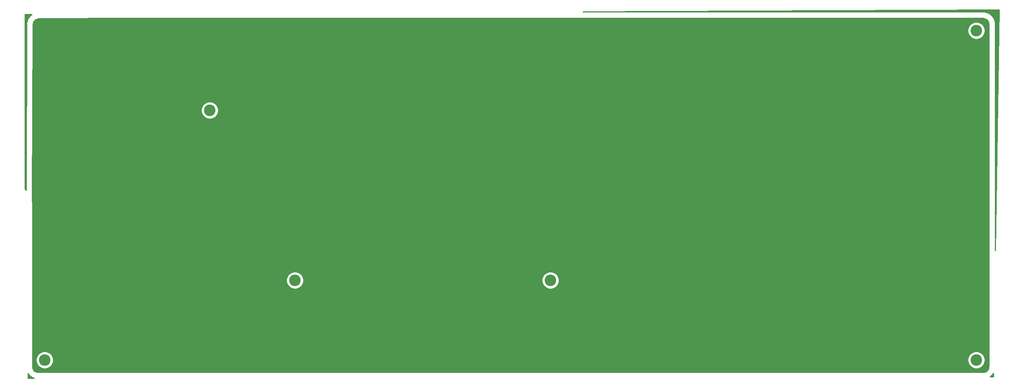
<source format=gbr>
G04 #@! TF.GenerationSoftware,KiCad,Pcbnew,(5.1.0-0)*
G04 #@! TF.CreationDate,2019-06-07T13:15:32+08:00*
G04 #@! TF.ProjectId,BottomPlate,426f7474-6f6d-4506-9c61-74652e6b6963,rev?*
G04 #@! TF.SameCoordinates,Original*
G04 #@! TF.FileFunction,Copper,L1,Top*
G04 #@! TF.FilePolarity,Positive*
%FSLAX46Y46*%
G04 Gerber Fmt 4.6, Leading zero omitted, Abs format (unit mm)*
G04 Created by KiCad (PCBNEW (5.1.0-0)) date 2019-06-07 13:15:32*
%MOMM*%
%LPD*%
G04 APERTURE LIST*
%ADD10C,2.600000*%
%ADD11C,0.254000*%
G04 APERTURE END LIST*
D10*
X89080000Y-100230000D03*
X70030000Y-62130000D03*
X241480000Y-118090000D03*
X241480000Y-44270000D03*
X146230000Y-100230000D03*
X33120000Y-118100000D03*
D11*
G36*
X29355403Y-121111724D02*
G01*
X29391863Y-121167441D01*
X29398349Y-121175394D01*
X29647155Y-121476148D01*
X29694462Y-121523126D01*
X29741033Y-121570683D01*
X29748940Y-121577225D01*
X30051425Y-121823926D01*
X30106933Y-121860805D01*
X30161878Y-121898427D01*
X30170905Y-121903308D01*
X30515546Y-122086558D01*
X30577176Y-122111960D01*
X30638368Y-122138187D01*
X30648171Y-122141222D01*
X30745244Y-122170530D01*
X29346909Y-122172794D01*
X29346137Y-121097986D01*
X29355403Y-121111724D01*
X29355403Y-121111724D01*
G37*
X29355403Y-121111724D02*
X29391863Y-121167441D01*
X29398349Y-121175394D01*
X29647155Y-121476148D01*
X29694462Y-121523126D01*
X29741033Y-121570683D01*
X29748940Y-121577225D01*
X30051425Y-121823926D01*
X30106933Y-121860805D01*
X30161878Y-121898427D01*
X30170905Y-121903308D01*
X30515546Y-122086558D01*
X30577176Y-122111960D01*
X30638368Y-122138187D01*
X30648171Y-122141222D01*
X30745244Y-122170530D01*
X29346909Y-122172794D01*
X29346137Y-121097986D01*
X29355403Y-121111724D01*
G36*
X245255031Y-121823202D02*
G01*
X244548112Y-121824347D01*
X244555691Y-121819387D01*
X244563644Y-121812901D01*
X244864398Y-121564095D01*
X244911376Y-121516788D01*
X244958933Y-121470217D01*
X244965475Y-121462310D01*
X245212176Y-121159825D01*
X245249055Y-121104317D01*
X245267060Y-121078021D01*
X245255031Y-121823202D01*
X245255031Y-121823202D01*
G37*
X245255031Y-121823202D02*
X244548112Y-121824347D01*
X244555691Y-121819387D01*
X244563644Y-121812901D01*
X244864398Y-121564095D01*
X244911376Y-121516788D01*
X244958933Y-121470217D01*
X244965475Y-121462310D01*
X245212176Y-121159825D01*
X245249055Y-121104317D01*
X245267060Y-121078021D01*
X245255031Y-121823202D01*
G36*
X53478665Y-41499865D02*
G01*
X53586645Y-41510500D01*
X242940803Y-41510500D01*
X243221771Y-41538049D01*
X243457462Y-41609208D01*
X243674839Y-41724791D01*
X243865629Y-41880395D01*
X244022561Y-42070093D01*
X244139656Y-42286657D01*
X244212459Y-42521844D01*
X244241751Y-42800537D01*
X244241750Y-119552553D01*
X244214201Y-119833521D01*
X244143041Y-120069212D01*
X244027461Y-120286588D01*
X243871854Y-120477379D01*
X243682158Y-120634311D01*
X243465593Y-120751406D01*
X243230406Y-120824209D01*
X242951722Y-120853500D01*
X31658697Y-120853500D01*
X31377729Y-120825951D01*
X31142038Y-120754791D01*
X30924662Y-120639211D01*
X30733871Y-120483604D01*
X30576939Y-120293908D01*
X30459844Y-120077343D01*
X30387041Y-119842156D01*
X30357750Y-119563472D01*
X30357750Y-117909419D01*
X31185000Y-117909419D01*
X31185000Y-118290581D01*
X31259361Y-118664419D01*
X31405225Y-119016566D01*
X31616987Y-119333491D01*
X31886509Y-119603013D01*
X32203434Y-119814775D01*
X32555581Y-119960639D01*
X32929419Y-120035000D01*
X33310581Y-120035000D01*
X33684419Y-119960639D01*
X34036566Y-119814775D01*
X34353491Y-119603013D01*
X34623013Y-119333491D01*
X34834775Y-119016566D01*
X34980639Y-118664419D01*
X35055000Y-118290581D01*
X35055000Y-117909419D01*
X35053011Y-117899419D01*
X239545000Y-117899419D01*
X239545000Y-118280581D01*
X239619361Y-118654419D01*
X239765225Y-119006566D01*
X239976987Y-119323491D01*
X240246509Y-119593013D01*
X240563434Y-119804775D01*
X240915581Y-119950639D01*
X241289419Y-120025000D01*
X241670581Y-120025000D01*
X242044419Y-119950639D01*
X242396566Y-119804775D01*
X242713491Y-119593013D01*
X242983013Y-119323491D01*
X243194775Y-119006566D01*
X243340639Y-118654419D01*
X243415000Y-118280581D01*
X243415000Y-117899419D01*
X243340639Y-117525581D01*
X243194775Y-117173434D01*
X242983013Y-116856509D01*
X242713491Y-116586987D01*
X242396566Y-116375225D01*
X242044419Y-116229361D01*
X241670581Y-116155000D01*
X241289419Y-116155000D01*
X240915581Y-116229361D01*
X240563434Y-116375225D01*
X240246509Y-116586987D01*
X239976987Y-116856509D01*
X239765225Y-117173434D01*
X239619361Y-117525581D01*
X239545000Y-117899419D01*
X35053011Y-117899419D01*
X34980639Y-117535581D01*
X34834775Y-117183434D01*
X34623013Y-116866509D01*
X34353491Y-116596987D01*
X34036566Y-116385225D01*
X33684419Y-116239361D01*
X33310581Y-116165000D01*
X32929419Y-116165000D01*
X32555581Y-116239361D01*
X32203434Y-116385225D01*
X31886509Y-116596987D01*
X31616987Y-116866509D01*
X31405225Y-117183434D01*
X31259361Y-117535581D01*
X31185000Y-117909419D01*
X30357750Y-117909419D01*
X30357750Y-100039419D01*
X87145000Y-100039419D01*
X87145000Y-100420581D01*
X87219361Y-100794419D01*
X87365225Y-101146566D01*
X87576987Y-101463491D01*
X87846509Y-101733013D01*
X88163434Y-101944775D01*
X88515581Y-102090639D01*
X88889419Y-102165000D01*
X89270581Y-102165000D01*
X89644419Y-102090639D01*
X89996566Y-101944775D01*
X90313491Y-101733013D01*
X90583013Y-101463491D01*
X90794775Y-101146566D01*
X90940639Y-100794419D01*
X91015000Y-100420581D01*
X91015000Y-100039419D01*
X144295000Y-100039419D01*
X144295000Y-100420581D01*
X144369361Y-100794419D01*
X144515225Y-101146566D01*
X144726987Y-101463491D01*
X144996509Y-101733013D01*
X145313434Y-101944775D01*
X145665581Y-102090639D01*
X146039419Y-102165000D01*
X146420581Y-102165000D01*
X146794419Y-102090639D01*
X147146566Y-101944775D01*
X147463491Y-101733013D01*
X147733013Y-101463491D01*
X147944775Y-101146566D01*
X148090639Y-100794419D01*
X148165000Y-100420581D01*
X148165000Y-100039419D01*
X148090639Y-99665581D01*
X147944775Y-99313434D01*
X147733013Y-98996509D01*
X147463491Y-98726987D01*
X147146566Y-98515225D01*
X146794419Y-98369361D01*
X146420581Y-98295000D01*
X146039419Y-98295000D01*
X145665581Y-98369361D01*
X145313434Y-98515225D01*
X144996509Y-98726987D01*
X144726987Y-98996509D01*
X144515225Y-99313434D01*
X144369361Y-99665581D01*
X144295000Y-100039419D01*
X91015000Y-100039419D01*
X90940639Y-99665581D01*
X90794775Y-99313434D01*
X90583013Y-98996509D01*
X90313491Y-98726987D01*
X89996566Y-98515225D01*
X89644419Y-98369361D01*
X89270581Y-98295000D01*
X88889419Y-98295000D01*
X88515581Y-98369361D01*
X88163434Y-98515225D01*
X87846509Y-98726987D01*
X87576987Y-98996509D01*
X87365225Y-99313434D01*
X87219361Y-99665581D01*
X87145000Y-100039419D01*
X30357750Y-100039419D01*
X30357750Y-82739395D01*
X30347115Y-82631415D01*
X30333432Y-82586308D01*
X30407406Y-61939419D01*
X68095000Y-61939419D01*
X68095000Y-62320581D01*
X68169361Y-62694419D01*
X68315225Y-63046566D01*
X68526987Y-63363491D01*
X68796509Y-63633013D01*
X69113434Y-63844775D01*
X69465581Y-63990639D01*
X69839419Y-64065000D01*
X70220581Y-64065000D01*
X70594419Y-63990639D01*
X70946566Y-63844775D01*
X71263491Y-63633013D01*
X71533013Y-63363491D01*
X71744775Y-63046566D01*
X71890639Y-62694419D01*
X71965000Y-62320581D01*
X71965000Y-61939419D01*
X71890639Y-61565581D01*
X71744775Y-61213434D01*
X71533013Y-60896509D01*
X71263491Y-60626987D01*
X70946566Y-60415225D01*
X70594419Y-60269361D01*
X70220581Y-60195000D01*
X69839419Y-60195000D01*
X69465581Y-60269361D01*
X69113434Y-60415225D01*
X68796509Y-60626987D01*
X68526987Y-60896509D01*
X68315225Y-61213434D01*
X68169361Y-61565581D01*
X68095000Y-61939419D01*
X30407406Y-61939419D01*
X30471395Y-44079419D01*
X239545000Y-44079419D01*
X239545000Y-44460581D01*
X239619361Y-44834419D01*
X239765225Y-45186566D01*
X239976987Y-45503491D01*
X240246509Y-45773013D01*
X240563434Y-45984775D01*
X240915581Y-46130639D01*
X241289419Y-46205000D01*
X241670581Y-46205000D01*
X242044419Y-46130639D01*
X242396566Y-45984775D01*
X242713491Y-45773013D01*
X242983013Y-45503491D01*
X243194775Y-45186566D01*
X243340639Y-44834419D01*
X243415000Y-44460581D01*
X243415000Y-44079419D01*
X243340639Y-43705581D01*
X243194775Y-43353434D01*
X242983013Y-43036509D01*
X242713491Y-42766987D01*
X242396566Y-42555225D01*
X242044419Y-42409361D01*
X241670581Y-42335000D01*
X241289419Y-42335000D01*
X240915581Y-42409361D01*
X240563434Y-42555225D01*
X240246509Y-42766987D01*
X239976987Y-43036509D01*
X239765225Y-43353434D01*
X239619361Y-43705581D01*
X239545000Y-44079419D01*
X30471395Y-44079419D01*
X30475106Y-43043706D01*
X30496169Y-42944610D01*
X30497242Y-42934404D01*
X30528299Y-42617659D01*
X30599458Y-42381968D01*
X30715041Y-42164591D01*
X30870645Y-41973801D01*
X31060343Y-41816869D01*
X31276907Y-41699774D01*
X31512094Y-41626971D01*
X31828616Y-41593703D01*
X31849375Y-41589442D01*
X31911041Y-41583177D01*
X31947730Y-41571959D01*
X53433812Y-41486259D01*
X53478665Y-41499865D01*
X53478665Y-41499865D01*
G37*
X53478665Y-41499865D02*
X53586645Y-41510500D01*
X242940803Y-41510500D01*
X243221771Y-41538049D01*
X243457462Y-41609208D01*
X243674839Y-41724791D01*
X243865629Y-41880395D01*
X244022561Y-42070093D01*
X244139656Y-42286657D01*
X244212459Y-42521844D01*
X244241751Y-42800537D01*
X244241750Y-119552553D01*
X244214201Y-119833521D01*
X244143041Y-120069212D01*
X244027461Y-120286588D01*
X243871854Y-120477379D01*
X243682158Y-120634311D01*
X243465593Y-120751406D01*
X243230406Y-120824209D01*
X242951722Y-120853500D01*
X31658697Y-120853500D01*
X31377729Y-120825951D01*
X31142038Y-120754791D01*
X30924662Y-120639211D01*
X30733871Y-120483604D01*
X30576939Y-120293908D01*
X30459844Y-120077343D01*
X30387041Y-119842156D01*
X30357750Y-119563472D01*
X30357750Y-117909419D01*
X31185000Y-117909419D01*
X31185000Y-118290581D01*
X31259361Y-118664419D01*
X31405225Y-119016566D01*
X31616987Y-119333491D01*
X31886509Y-119603013D01*
X32203434Y-119814775D01*
X32555581Y-119960639D01*
X32929419Y-120035000D01*
X33310581Y-120035000D01*
X33684419Y-119960639D01*
X34036566Y-119814775D01*
X34353491Y-119603013D01*
X34623013Y-119333491D01*
X34834775Y-119016566D01*
X34980639Y-118664419D01*
X35055000Y-118290581D01*
X35055000Y-117909419D01*
X35053011Y-117899419D01*
X239545000Y-117899419D01*
X239545000Y-118280581D01*
X239619361Y-118654419D01*
X239765225Y-119006566D01*
X239976987Y-119323491D01*
X240246509Y-119593013D01*
X240563434Y-119804775D01*
X240915581Y-119950639D01*
X241289419Y-120025000D01*
X241670581Y-120025000D01*
X242044419Y-119950639D01*
X242396566Y-119804775D01*
X242713491Y-119593013D01*
X242983013Y-119323491D01*
X243194775Y-119006566D01*
X243340639Y-118654419D01*
X243415000Y-118280581D01*
X243415000Y-117899419D01*
X243340639Y-117525581D01*
X243194775Y-117173434D01*
X242983013Y-116856509D01*
X242713491Y-116586987D01*
X242396566Y-116375225D01*
X242044419Y-116229361D01*
X241670581Y-116155000D01*
X241289419Y-116155000D01*
X240915581Y-116229361D01*
X240563434Y-116375225D01*
X240246509Y-116586987D01*
X239976987Y-116856509D01*
X239765225Y-117173434D01*
X239619361Y-117525581D01*
X239545000Y-117899419D01*
X35053011Y-117899419D01*
X34980639Y-117535581D01*
X34834775Y-117183434D01*
X34623013Y-116866509D01*
X34353491Y-116596987D01*
X34036566Y-116385225D01*
X33684419Y-116239361D01*
X33310581Y-116165000D01*
X32929419Y-116165000D01*
X32555581Y-116239361D01*
X32203434Y-116385225D01*
X31886509Y-116596987D01*
X31616987Y-116866509D01*
X31405225Y-117183434D01*
X31259361Y-117535581D01*
X31185000Y-117909419D01*
X30357750Y-117909419D01*
X30357750Y-100039419D01*
X87145000Y-100039419D01*
X87145000Y-100420581D01*
X87219361Y-100794419D01*
X87365225Y-101146566D01*
X87576987Y-101463491D01*
X87846509Y-101733013D01*
X88163434Y-101944775D01*
X88515581Y-102090639D01*
X88889419Y-102165000D01*
X89270581Y-102165000D01*
X89644419Y-102090639D01*
X89996566Y-101944775D01*
X90313491Y-101733013D01*
X90583013Y-101463491D01*
X90794775Y-101146566D01*
X90940639Y-100794419D01*
X91015000Y-100420581D01*
X91015000Y-100039419D01*
X144295000Y-100039419D01*
X144295000Y-100420581D01*
X144369361Y-100794419D01*
X144515225Y-101146566D01*
X144726987Y-101463491D01*
X144996509Y-101733013D01*
X145313434Y-101944775D01*
X145665581Y-102090639D01*
X146039419Y-102165000D01*
X146420581Y-102165000D01*
X146794419Y-102090639D01*
X147146566Y-101944775D01*
X147463491Y-101733013D01*
X147733013Y-101463491D01*
X147944775Y-101146566D01*
X148090639Y-100794419D01*
X148165000Y-100420581D01*
X148165000Y-100039419D01*
X148090639Y-99665581D01*
X147944775Y-99313434D01*
X147733013Y-98996509D01*
X147463491Y-98726987D01*
X147146566Y-98515225D01*
X146794419Y-98369361D01*
X146420581Y-98295000D01*
X146039419Y-98295000D01*
X145665581Y-98369361D01*
X145313434Y-98515225D01*
X144996509Y-98726987D01*
X144726987Y-98996509D01*
X144515225Y-99313434D01*
X144369361Y-99665581D01*
X144295000Y-100039419D01*
X91015000Y-100039419D01*
X90940639Y-99665581D01*
X90794775Y-99313434D01*
X90583013Y-98996509D01*
X90313491Y-98726987D01*
X89996566Y-98515225D01*
X89644419Y-98369361D01*
X89270581Y-98295000D01*
X88889419Y-98295000D01*
X88515581Y-98369361D01*
X88163434Y-98515225D01*
X87846509Y-98726987D01*
X87576987Y-98996509D01*
X87365225Y-99313434D01*
X87219361Y-99665581D01*
X87145000Y-100039419D01*
X30357750Y-100039419D01*
X30357750Y-82739395D01*
X30347115Y-82631415D01*
X30333432Y-82586308D01*
X30407406Y-61939419D01*
X68095000Y-61939419D01*
X68095000Y-62320581D01*
X68169361Y-62694419D01*
X68315225Y-63046566D01*
X68526987Y-63363491D01*
X68796509Y-63633013D01*
X69113434Y-63844775D01*
X69465581Y-63990639D01*
X69839419Y-64065000D01*
X70220581Y-64065000D01*
X70594419Y-63990639D01*
X70946566Y-63844775D01*
X71263491Y-63633013D01*
X71533013Y-63363491D01*
X71744775Y-63046566D01*
X71890639Y-62694419D01*
X71965000Y-62320581D01*
X71965000Y-61939419D01*
X71890639Y-61565581D01*
X71744775Y-61213434D01*
X71533013Y-60896509D01*
X71263491Y-60626987D01*
X70946566Y-60415225D01*
X70594419Y-60269361D01*
X70220581Y-60195000D01*
X69839419Y-60195000D01*
X69465581Y-60269361D01*
X69113434Y-60415225D01*
X68796509Y-60626987D01*
X68526987Y-60896509D01*
X68315225Y-61213434D01*
X68169361Y-61565581D01*
X68095000Y-61939419D01*
X30407406Y-61939419D01*
X30471395Y-44079419D01*
X239545000Y-44079419D01*
X239545000Y-44460581D01*
X239619361Y-44834419D01*
X239765225Y-45186566D01*
X239976987Y-45503491D01*
X240246509Y-45773013D01*
X240563434Y-45984775D01*
X240915581Y-46130639D01*
X241289419Y-46205000D01*
X241670581Y-46205000D01*
X242044419Y-46130639D01*
X242396566Y-45984775D01*
X242713491Y-45773013D01*
X242983013Y-45503491D01*
X243194775Y-45186566D01*
X243340639Y-44834419D01*
X243415000Y-44460581D01*
X243415000Y-44079419D01*
X243340639Y-43705581D01*
X243194775Y-43353434D01*
X242983013Y-43036509D01*
X242713491Y-42766987D01*
X242396566Y-42555225D01*
X242044419Y-42409361D01*
X241670581Y-42335000D01*
X241289419Y-42335000D01*
X240915581Y-42409361D01*
X240563434Y-42555225D01*
X240246509Y-42766987D01*
X239976987Y-43036509D01*
X239765225Y-43353434D01*
X239619361Y-43705581D01*
X239545000Y-44079419D01*
X30471395Y-44079419D01*
X30475106Y-43043706D01*
X30496169Y-42944610D01*
X30497242Y-42934404D01*
X30528299Y-42617659D01*
X30599458Y-42381968D01*
X30715041Y-42164591D01*
X30870645Y-41973801D01*
X31060343Y-41816869D01*
X31276907Y-41699774D01*
X31512094Y-41626971D01*
X31828616Y-41593703D01*
X31849375Y-41589442D01*
X31911041Y-41583177D01*
X31947730Y-41571959D01*
X53433812Y-41486259D01*
X53478665Y-41499865D01*
G36*
X245711750Y-93530646D02*
G01*
X245711750Y-42739395D01*
X245708589Y-42707306D01*
X245708676Y-42694921D01*
X245707675Y-42684708D01*
X245666874Y-42296515D01*
X245653465Y-42231195D01*
X245640995Y-42165823D01*
X245638030Y-42155999D01*
X245522606Y-41783124D01*
X245496788Y-41721705D01*
X245471836Y-41659947D01*
X245467018Y-41650886D01*
X245281367Y-41307531D01*
X245244092Y-41252268D01*
X245207637Y-41196559D01*
X245201151Y-41188606D01*
X244952344Y-40887851D01*
X244905038Y-40840874D01*
X244858467Y-40793317D01*
X244850560Y-40786775D01*
X244548075Y-40540074D01*
X244492567Y-40503195D01*
X244437622Y-40465573D01*
X244428595Y-40460692D01*
X244083953Y-40277442D01*
X244022337Y-40252046D01*
X243961132Y-40225813D01*
X243951329Y-40222778D01*
X243577657Y-40109960D01*
X243512265Y-40097012D01*
X243447149Y-40083171D01*
X243436943Y-40082098D01*
X243048474Y-40044008D01*
X243048473Y-40044008D01*
X243012855Y-40040500D01*
X153490618Y-40040500D01*
X246582059Y-39617265D01*
X245711750Y-93530646D01*
X245711750Y-93530646D01*
G37*
X245711750Y-93530646D02*
X245711750Y-42739395D01*
X245708589Y-42707306D01*
X245708676Y-42694921D01*
X245707675Y-42684708D01*
X245666874Y-42296515D01*
X245653465Y-42231195D01*
X245640995Y-42165823D01*
X245638030Y-42155999D01*
X245522606Y-41783124D01*
X245496788Y-41721705D01*
X245471836Y-41659947D01*
X245467018Y-41650886D01*
X245281367Y-41307531D01*
X245244092Y-41252268D01*
X245207637Y-41196559D01*
X245201151Y-41188606D01*
X244952344Y-40887851D01*
X244905038Y-40840874D01*
X244858467Y-40793317D01*
X244850560Y-40786775D01*
X244548075Y-40540074D01*
X244492567Y-40503195D01*
X244437622Y-40465573D01*
X244428595Y-40460692D01*
X244083953Y-40277442D01*
X244022337Y-40252046D01*
X243961132Y-40225813D01*
X243951329Y-40222778D01*
X243577657Y-40109960D01*
X243512265Y-40097012D01*
X243447149Y-40083171D01*
X243436943Y-40082098D01*
X243048474Y-40044008D01*
X243048473Y-40044008D01*
X243012855Y-40040500D01*
X153490618Y-40040500D01*
X246582059Y-39617265D01*
X245711750Y-93530646D01*
G36*
X30186809Y-40631793D02*
G01*
X30178856Y-40638279D01*
X29878101Y-40887086D01*
X29831124Y-40934392D01*
X29783567Y-40980963D01*
X29777025Y-40988870D01*
X29530324Y-41291355D01*
X29493445Y-41346863D01*
X29455823Y-41401808D01*
X29450942Y-41410835D01*
X29267692Y-41755477D01*
X29242296Y-41817093D01*
X29216063Y-41878298D01*
X29213028Y-41888101D01*
X29100210Y-42261773D01*
X29087262Y-42327165D01*
X29073421Y-42392281D01*
X29072348Y-42402487D01*
X29034258Y-42790956D01*
X29034258Y-42934403D01*
X29055112Y-43039723D01*
X28922665Y-80007050D01*
X28701867Y-79727753D01*
X28697120Y-78899640D01*
X28707120Y-42010034D01*
X28707119Y-42009585D01*
X28702534Y-40607842D01*
X30234050Y-40600879D01*
X30186809Y-40631793D01*
X30186809Y-40631793D01*
G37*
X30186809Y-40631793D02*
X30178856Y-40638279D01*
X29878101Y-40887086D01*
X29831124Y-40934392D01*
X29783567Y-40980963D01*
X29777025Y-40988870D01*
X29530324Y-41291355D01*
X29493445Y-41346863D01*
X29455823Y-41401808D01*
X29450942Y-41410835D01*
X29267692Y-41755477D01*
X29242296Y-41817093D01*
X29216063Y-41878298D01*
X29213028Y-41888101D01*
X29100210Y-42261773D01*
X29087262Y-42327165D01*
X29073421Y-42392281D01*
X29072348Y-42402487D01*
X29034258Y-42790956D01*
X29034258Y-42934403D01*
X29055112Y-43039723D01*
X28922665Y-80007050D01*
X28701867Y-79727753D01*
X28697120Y-78899640D01*
X28707120Y-42010034D01*
X28707119Y-42009585D01*
X28702534Y-40607842D01*
X30234050Y-40600879D01*
X30186809Y-40631793D01*
M02*

</source>
